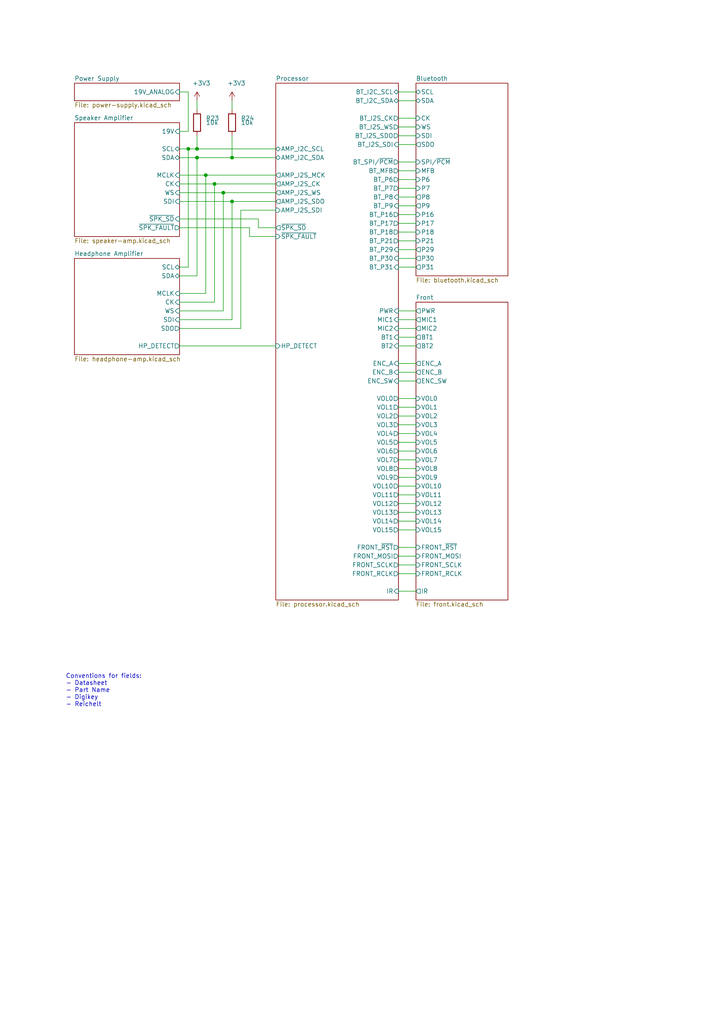
<source format=kicad_sch>
(kicad_sch (version 20210406) (generator eeschema)
  (paper "A4" portrait)
  (lib_symbols
    (symbol "Device:R" (pin_numbers hide) (pin_names (offset 0))
      (property "Reference" "R" (at 2.032 0 90))
      (property "Value" "R" (at 0 0 90))
      (symbol "R_0_1"
        (rectangle (start -1.016 -2.54) (end 1.016 2.54) (stroke (width 0.254)))
      )
      (symbol "R_1_1"
        (pin passive line (at 0 3.81 270) (length 1.27) (name "~") (number "1"))
        (pin passive line (at 0 -3.81 90) (length 1.27) (name "~") (number "2"))
      )
    )
    (symbol "power:+3V3" (power) (pin_names (offset 0))
      (property "Value" "+3V3" (at 0 3.556 0))
      (symbol "+3V3_0_1"
        (polyline (pts (xy -0.762 1.27) (xy 0 2.54)))
        (polyline (pts (xy 0 0) (xy 0 2.54)))
        (polyline (pts (xy 0 2.54) (xy 0.762 1.27)))
      )
      (symbol "+3V3_1_1"
        (pin power_in line (at 0 0 90) (length 0) hide (name "+3V3") (number "1"))
      )
    )
  )
  (junction (at 54.61 43.18) (diameter 0.9144))
  (junction (at 57.15 43.18) (diameter 0.9144))
  (junction (at 57.15 45.72) (diameter 0.9144))
  (junction (at 59.69 50.8) (diameter 0.9144))
  (junction (at 62.23 53.34) (diameter 0.9144))
  (junction (at 64.77 55.88) (diameter 0.9144))
  (junction (at 67.31 45.72) (diameter 0.9144))
  (junction (at 67.31 58.42) (diameter 0.9144))
  (wire (pts (xy 52.07 26.67) (xy 54.61 26.67)))
  (wire (pts (xy 52.07 43.18) (xy 54.61 43.18)))
  (wire (pts (xy 52.07 45.72) (xy 57.15 45.72)))
  (wire (pts (xy 52.07 50.8) (xy 59.69 50.8)))
  (wire (pts (xy 52.07 66.04) (xy 72.39 66.04)))
  (wire (pts (xy 52.07 80.01) (xy 57.15 80.01)))
  (wire (pts (xy 52.07 87.63) (xy 62.23 87.63)))
  (wire (pts (xy 52.07 90.17) (xy 64.77 90.17)))
  (wire (pts (xy 52.07 92.71) (xy 67.31 92.71)))
  (wire (pts (xy 52.07 95.25) (xy 69.85 95.25)))
  (wire (pts (xy 52.07 100.33) (xy 80.01 100.33)))
  (wire (pts (xy 54.61 26.67) (xy 54.61 38.1)))
  (wire (pts (xy 54.61 38.1) (xy 52.07 38.1)))
  (wire (pts (xy 54.61 43.18) (xy 54.61 77.47)))
  (wire (pts (xy 54.61 43.18) (xy 57.15 43.18)))
  (wire (pts (xy 54.61 77.47) (xy 52.07 77.47)))
  (wire (pts (xy 57.15 29.21) (xy 57.15 31.75)))
  (wire (pts (xy 57.15 43.18) (xy 57.15 39.37)))
  (wire (pts (xy 57.15 43.18) (xy 80.01 43.18)))
  (wire (pts (xy 57.15 45.72) (xy 67.31 45.72)))
  (wire (pts (xy 57.15 80.01) (xy 57.15 45.72)))
  (wire (pts (xy 59.69 50.8) (xy 59.69 85.09)))
  (wire (pts (xy 59.69 50.8) (xy 80.01 50.8)))
  (wire (pts (xy 59.69 85.09) (xy 52.07 85.09)))
  (wire (pts (xy 62.23 53.34) (xy 52.07 53.34)))
  (wire (pts (xy 62.23 53.34) (xy 80.01 53.34)))
  (wire (pts (xy 62.23 87.63) (xy 62.23 53.34)))
  (wire (pts (xy 64.77 55.88) (xy 52.07 55.88)))
  (wire (pts (xy 64.77 55.88) (xy 80.01 55.88)))
  (wire (pts (xy 64.77 90.17) (xy 64.77 55.88)))
  (wire (pts (xy 67.31 29.21) (xy 67.31 31.75)))
  (wire (pts (xy 67.31 45.72) (xy 67.31 39.37)))
  (wire (pts (xy 67.31 45.72) (xy 80.01 45.72)))
  (wire (pts (xy 67.31 58.42) (xy 52.07 58.42)))
  (wire (pts (xy 67.31 58.42) (xy 80.01 58.42)))
  (wire (pts (xy 67.31 92.71) (xy 67.31 58.42)))
  (wire (pts (xy 69.85 60.96) (xy 80.01 60.96)))
  (wire (pts (xy 69.85 95.25) (xy 69.85 60.96)))
  (wire (pts (xy 72.39 66.04) (xy 72.39 68.58)))
  (wire (pts (xy 72.39 68.58) (xy 80.01 68.58)))
  (wire (pts (xy 74.93 63.5) (xy 52.07 63.5)))
  (wire (pts (xy 74.93 66.04) (xy 74.93 63.5)))
  (wire (pts (xy 80.01 66.04) (xy 74.93 66.04)))
  (wire (pts (xy 115.57 26.67) (xy 120.65 26.67)))
  (wire (pts (xy 115.57 29.21) (xy 120.65 29.21)))
  (wire (pts (xy 115.57 34.29) (xy 120.65 34.29)))
  (wire (pts (xy 115.57 36.83) (xy 120.65 36.83)))
  (wire (pts (xy 115.57 39.37) (xy 120.65 39.37)))
  (wire (pts (xy 115.57 41.91) (xy 120.65 41.91)))
  (wire (pts (xy 115.57 46.99) (xy 120.65 46.99)))
  (wire (pts (xy 115.57 49.53) (xy 120.65 49.53)))
  (wire (pts (xy 115.57 52.07) (xy 120.65 52.07)))
  (wire (pts (xy 115.57 54.61) (xy 120.65 54.61)))
  (wire (pts (xy 115.57 57.15) (xy 120.65 57.15)))
  (wire (pts (xy 115.57 59.69) (xy 120.65 59.69)))
  (wire (pts (xy 115.57 62.23) (xy 120.65 62.23)))
  (wire (pts (xy 115.57 64.77) (xy 120.65 64.77)))
  (wire (pts (xy 115.57 67.31) (xy 120.65 67.31)))
  (wire (pts (xy 115.57 69.85) (xy 120.65 69.85)))
  (wire (pts (xy 115.57 72.39) (xy 120.65 72.39)))
  (wire (pts (xy 115.57 74.93) (xy 120.65 74.93)))
  (wire (pts (xy 115.57 77.47) (xy 120.65 77.47)))
  (wire (pts (xy 115.57 90.17) (xy 120.65 90.17)))
  (wire (pts (xy 115.57 92.71) (xy 120.65 92.71)))
  (wire (pts (xy 115.57 95.25) (xy 120.65 95.25)))
  (wire (pts (xy 115.57 97.79) (xy 120.65 97.79)))
  (wire (pts (xy 115.57 100.33) (xy 120.65 100.33)))
  (wire (pts (xy 115.57 105.41) (xy 120.65 105.41)))
  (wire (pts (xy 115.57 107.95) (xy 120.65 107.95)))
  (wire (pts (xy 115.57 110.49) (xy 120.65 110.49)))
  (wire (pts (xy 115.57 115.57) (xy 120.65 115.57)))
  (wire (pts (xy 115.57 118.11) (xy 120.65 118.11)))
  (wire (pts (xy 115.57 120.65) (xy 120.65 120.65)))
  (wire (pts (xy 115.57 123.19) (xy 120.65 123.19)))
  (wire (pts (xy 115.57 125.73) (xy 120.65 125.73)))
  (wire (pts (xy 115.57 128.27) (xy 120.65 128.27)))
  (wire (pts (xy 115.57 130.81) (xy 120.65 130.81)))
  (wire (pts (xy 115.57 133.35) (xy 120.65 133.35)))
  (wire (pts (xy 115.57 135.89) (xy 120.65 135.89)))
  (wire (pts (xy 115.57 138.43) (xy 120.65 138.43)))
  (wire (pts (xy 115.57 140.97) (xy 120.65 140.97)))
  (wire (pts (xy 115.57 143.51) (xy 120.65 143.51)))
  (wire (pts (xy 115.57 146.05) (xy 120.65 146.05)))
  (wire (pts (xy 115.57 148.59) (xy 120.65 148.59)))
  (wire (pts (xy 115.57 151.13) (xy 120.65 151.13)))
  (wire (pts (xy 115.57 153.67) (xy 120.65 153.67)))
  (wire (pts (xy 115.57 158.75) (xy 120.65 158.75)))
  (wire (pts (xy 115.57 161.29) (xy 120.65 161.29)))
  (wire (pts (xy 115.57 163.83) (xy 120.65 163.83)))
  (wire (pts (xy 115.57 166.37) (xy 120.65 166.37)))
  (wire (pts (xy 115.57 171.45) (xy 120.65 171.45)))
  (text "Conventions for fields:\n- Datasheet\n- Part Name\n- Digikey\n- Reichelt" (at 19.05 205.105 0) (effects (font (size 1.27 1.27)) (justify left bottom)))
  (symbol (lib_id "power:+3V3") (at 57.15 29.21 0) (unit 1)
    (property "Reference" "#PWR0157" (effects hide))
    (property "Value" "+3V3" (at 58.42 24.13 0))
  )
  (symbol (lib_id "power:+3V3") (at 67.31 29.21 0) (unit 1)
    (property "Reference" "#PWR0158" (effects hide))
    (property "Value" "+3V3" (at 68.58 24.13 0))
  )
  (symbol (lib_id "Device:R") (at 57.15 35.56 0) (unit 1)
    (property "Reference" "R23" (at 59.69 34.29 0) (effects (justify left)))
    (property "Value" "10k" (at 59.69 35.56 0) (effects (justify left)))
    (property "Footprint" "Resistor_SMD:R_0603_1608Metric" (effects hide))
    (property "Mouser" "652-CR0603FX-1002ELF" (effects hide))
    (property "Part Name" "Bourns CR0603-FX-1002ELF" (effects hide))
  )
  (symbol (lib_id "Device:R") (at 67.31 35.56 0) (unit 1)
    (property "Reference" "R24" (at 69.85 34.29 0) (effects (justify left)))
    (property "Value" "10k" (at 69.85 35.56 0) (effects (justify left)))
    (property "Footprint" "Resistor_SMD:R_0603_1608Metric" (effects hide))
    (property "Mouser" "652-CR0603FX-1002ELF" (effects hide))
    (property "Part Name" "Bourns CR0603-FX-1002ELF" (effects hide))
  )
  (sheet (at 120.65 24.13) (size 26.67 55.88)
    (property "Schaltplanname" "Bluetooth" (at 120.65 23.4945 0) (effects (justify left bottom)))
    (property "Dateiname Blatt" "bluetooth.kicad_sch" (at 120.65 80.5185 0) (effects (justify left top)))
    (pin "P21" input (at 120.65 69.85 180))
    (pin "P18" input (at 120.65 67.31 180))
    (pin "SCL" bidirectional (at 120.65 26.67 180))
    (pin "WS" input (at 120.65 36.83 180))
    (pin "CK" input (at 120.65 34.29 180))
    (pin "SDI" input (at 120.65 39.37 180))
    (pin "SPI{slash}~PCM" input (at 120.65 46.99 180))
    (pin "MFB" input (at 120.65 49.53 180))
    (pin "SDO" output (at 120.65 41.91 180))
    (pin "SDA" bidirectional (at 120.65 29.21 180))
    (pin "P7" input (at 120.65 54.61 180))
    (pin "P16" input (at 120.65 62.23 180))
    (pin "P17" input (at 120.65 64.77 180))
    (pin "P6" input (at 120.65 52.07 180))
    (pin "P31" output (at 120.65 77.47 180))
    (pin "P30" output (at 120.65 74.93 180))
    (pin "P29" output (at 120.65 72.39 180))
    (pin "P8" output (at 120.65 57.15 180))
    (pin "P9" output (at 120.65 59.69 180))
  )
  (sheet (at 120.65 87.63) (size 26.67 86.36)
    (property "Schaltplanname" "Front" (at 120.65 86.9945 0) (effects (justify left bottom)))
    (property "Dateiname Blatt" "front.kicad_sch" (at 120.65 174.4985 0) (effects (justify left top)))
    (pin "PWR" output (at 120.65 90.17 180))
    (pin "ENC_B" output (at 120.65 107.95 180))
    (pin "ENC_A" output (at 120.65 105.41 180))
    (pin "ENC_SW" output (at 120.65 110.49 180))
    (pin "VOL1" input (at 120.65 118.11 180))
    (pin "VOL0" input (at 120.65 115.57 180))
    (pin "VOL4" input (at 120.65 125.73 180))
    (pin "VOL7" input (at 120.65 133.35 180))
    (pin "VOL3" input (at 120.65 123.19 180))
    (pin "VOL5" input (at 120.65 128.27 180))
    (pin "VOL6" input (at 120.65 130.81 180))
    (pin "VOL8" input (at 120.65 135.89 180))
    (pin "VOL9" input (at 120.65 138.43 180))
    (pin "VOL10" input (at 120.65 140.97 180))
    (pin "VOL14" input (at 120.65 151.13 180))
    (pin "VOL12" input (at 120.65 146.05 180))
    (pin "VOL13" input (at 120.65 148.59 180))
    (pin "VOL11" input (at 120.65 143.51 180))
    (pin "VOL15" input (at 120.65 153.67 180))
    (pin "VOL2" input (at 120.65 120.65 180))
    (pin "MIC1" output (at 120.65 92.71 180))
    (pin "BT2" output (at 120.65 100.33 180))
    (pin "MIC2" output (at 120.65 95.25 180))
    (pin "BT1" output (at 120.65 97.79 180))
    (pin "FRONT_~RST" input (at 120.65 158.75 180))
    (pin "FRONT_MOSI" input (at 120.65 161.29 180))
    (pin "IR" output (at 120.65 171.45 180))
    (pin "FRONT_RCLK" input (at 120.65 166.37 180))
    (pin "FRONT_SCLK" input (at 120.65 163.83 180))
  )
  (sheet (at 21.59 74.93) (size 30.48 27.94)
    (property "Schaltplanname" "Headphone Amplifier" (at 21.59 74.2945 0) (effects (justify left bottom)))
    (property "Dateiname Blatt" "headphone-amp.kicad_sch" (at 21.59 103.3785 0) (effects (justify left top)))
    (pin "HP_DETECT" output (at 52.07 100.33 0))
    (pin "MCLK" input (at 52.07 85.09 0))
    (pin "CK" input (at 52.07 87.63 0))
    (pin "WS" input (at 52.07 90.17 0))
    (pin "SDI" input (at 52.07 92.71 0))
    (pin "SDO" output (at 52.07 95.25 0))
    (pin "SCL" bidirectional (at 52.07 77.47 0))
    (pin "SDA" bidirectional (at 52.07 80.01 0))
  )
  (sheet (at 21.59 24.13) (size 30.48 5.08)
    (property "Schaltplanname" "Power Supply" (at 21.59 23.4945 0) (effects (justify left bottom)))
    (property "Dateiname Blatt" "power-supply.kicad_sch" (at 21.59 29.7185 0) (effects (justify left top)))
    (pin "19V_ANALOG" input (at 52.07 26.67 0))
  )
  (sheet (at 80.01 24.13) (size 35.56 149.86)
    (property "Schaltplanname" "Processor" (at 80.01 23.4945 0) (effects (justify left bottom)))
    (property "Dateiname Blatt" "processor.kicad_sch" (at 80.01 174.4985 0) (effects (justify left top)))
    (pin "AMP_I2S_MCK" output (at 80.01 50.8 180))
    (pin "AMP_I2S_CK" output (at 80.01 53.34 180))
    (pin "AMP_I2S_WS" output (at 80.01 55.88 180))
    (pin "AMP_I2S_SDI" input (at 80.01 60.96 180))
    (pin "AMP_I2S_SDO" output (at 80.01 58.42 180))
    (pin "BT_I2S_WS" output (at 115.57 36.83 0))
    (pin "BT_I2S_CK" output (at 115.57 34.29 0))
    (pin "BT_I2S_SDI" input (at 115.57 41.91 0))
    (pin "BT_I2S_SDO" output (at 115.57 39.37 0))
    (pin "AMP_I2C_SDA" bidirectional (at 80.01 45.72 180))
    (pin "AMP_I2C_SCL" bidirectional (at 80.01 43.18 180))
    (pin "BT_I2C_SCL" bidirectional (at 115.57 26.67 0))
    (pin "BT_I2C_SDA" bidirectional (at 115.57 29.21 0))
    (pin "HP_DETECT" input (at 80.01 100.33 180))
    (pin "~SPK_FAULT" input (at 80.01 68.58 180))
    (pin "~SPK_SD" output (at 80.01 66.04 180))
    (pin "BT_SPI{slash}~PCM" output (at 115.57 46.99 0))
    (pin "BT_MFB" output (at 115.57 49.53 0))
    (pin "BT_P9" input (at 115.57 59.69 0))
    (pin "BT_P6" output (at 115.57 52.07 0))
    (pin "BT_P8" input (at 115.57 57.15 0))
    (pin "BT_P7" output (at 115.57 54.61 0))
    (pin "BT_P18" output (at 115.57 67.31 0))
    (pin "BT_P16" output (at 115.57 62.23 0))
    (pin "BT_P17" output (at 115.57 64.77 0))
    (pin "BT_P21" output (at 115.57 69.85 0))
    (pin "BT_P29" input (at 115.57 72.39 0))
    (pin "BT_P30" input (at 115.57 74.93 0))
    (pin "BT_P31" input (at 115.57 77.47 0))
    (pin "PWR" input (at 115.57 90.17 0))
    (pin "MIC1" input (at 115.57 92.71 0))
    (pin "MIC2" input (at 115.57 95.25 0))
    (pin "BT1" input (at 115.57 97.79 0))
    (pin "BT2" input (at 115.57 100.33 0))
    (pin "ENC_A" input (at 115.57 105.41 0))
    (pin "ENC_B" input (at 115.57 107.95 0))
    (pin "ENC_SW" input (at 115.57 110.49 0))
    (pin "VOL0" output (at 115.57 115.57 0))
    (pin "VOL2" output (at 115.57 120.65 0))
    (pin "VOL1" output (at 115.57 118.11 0))
    (pin "VOL3" output (at 115.57 123.19 0))
    (pin "VOL4" output (at 115.57 125.73 0))
    (pin "VOL5" output (at 115.57 128.27 0))
    (pin "VOL14" output (at 115.57 151.13 0))
    (pin "VOL12" output (at 115.57 146.05 0))
    (pin "VOL13" output (at 115.57 148.59 0))
    (pin "VOL11" output (at 115.57 143.51 0))
    (pin "VOL15" output (at 115.57 153.67 0))
    (pin "VOL9" output (at 115.57 138.43 0))
    (pin "VOL8" output (at 115.57 135.89 0))
    (pin "VOL7" output (at 115.57 133.35 0))
    (pin "VOL6" output (at 115.57 130.81 0))
    (pin "VOL10" output (at 115.57 140.97 0))
    (pin "FRONT_~RST" output (at 115.57 158.75 0))
    (pin "FRONT_MOSI" output (at 115.57 161.29 0))
    (pin "FRONT_RCLK" output (at 115.57 166.37 0))
    (pin "FRONT_SCLK" output (at 115.57 163.83 0))
    (pin "IR" input (at 115.57 171.45 0))
  )
  (sheet (at 21.59 35.56) (size 30.48 33.02)
    (property "Schaltplanname" "Speaker Amplifier" (at 21.59 34.9245 0) (effects (justify left bottom)))
    (property "Dateiname Blatt" "speaker-amp.kicad_sch" (at 21.59 69.0885 0) (effects (justify left top)))
    (pin "SDI" input (at 52.07 58.42 0))
    (pin "~SPK_SD" input (at 52.07 63.5 0))
    (pin "~SPK_FAULT" output (at 52.07 66.04 0))
    (pin "SDA" bidirectional (at 52.07 45.72 0))
    (pin "MCLK" input (at 52.07 50.8 0))
    (pin "CK" input (at 52.07 53.34 0))
    (pin "WS" input (at 52.07 55.88 0))
    (pin "SCL" bidirectional (at 52.07 43.18 0))
    (pin "19V" input (at 52.07 38.1 0))
  )
)
</source>
